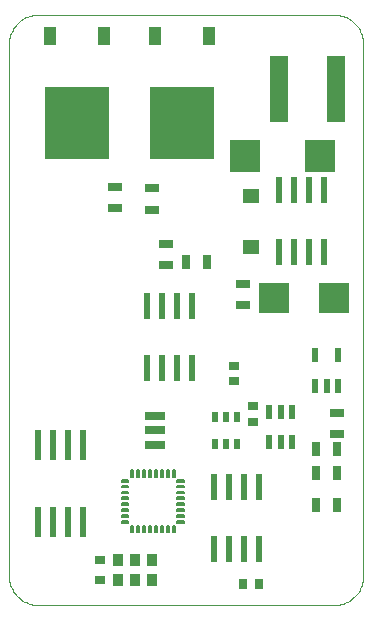
<source format=gtp>
G75*
G70*
%OFA0B0*%
%FSLAX24Y24*%
%IPPOS*%
%LPD*%
%AMOC8*
5,1,8,0,0,1.08239X$1,22.5*
%
%ADD10C,0.0000*%
%ADD11R,0.2126X0.2441*%
%ADD12R,0.0394X0.0630*%
%ADD13R,0.0240X0.0870*%
%ADD14R,0.0315X0.0472*%
%ADD15R,0.0472X0.0315*%
%ADD16R,0.0217X0.0472*%
%ADD17R,0.0236X0.0354*%
%ADD18R,0.0354X0.0276*%
%ADD19R,0.0669X0.0276*%
%ADD20C,0.0059*%
%ADD21R,0.0380X0.0400*%
%ADD22R,0.0354X0.0315*%
%ADD23R,0.0240X0.1024*%
%ADD24R,0.0276X0.0354*%
%ADD25R,0.0579X0.0500*%
%ADD26R,0.0630X0.2244*%
%ADD27R,0.1004X0.0984*%
%ADD28R,0.1004X0.1063*%
D10*
X016013Y005469D02*
X016013Y023186D01*
X016014Y023186D02*
X016016Y023248D01*
X016022Y023309D01*
X016031Y023370D01*
X016045Y023431D01*
X016062Y023490D01*
X016083Y023548D01*
X016108Y023605D01*
X016136Y023660D01*
X016167Y023713D01*
X016202Y023764D01*
X016240Y023813D01*
X016281Y023860D01*
X016324Y023903D01*
X016371Y023944D01*
X016420Y023982D01*
X016471Y024017D01*
X016524Y024048D01*
X016579Y024076D01*
X016636Y024101D01*
X016694Y024122D01*
X016753Y024139D01*
X016814Y024153D01*
X016875Y024162D01*
X016936Y024168D01*
X016998Y024170D01*
X026840Y024170D01*
X026902Y024168D01*
X026963Y024162D01*
X027024Y024153D01*
X027085Y024139D01*
X027144Y024122D01*
X027202Y024101D01*
X027259Y024076D01*
X027314Y024048D01*
X027367Y024017D01*
X027418Y023982D01*
X027467Y023944D01*
X027514Y023903D01*
X027557Y023860D01*
X027598Y023813D01*
X027636Y023764D01*
X027671Y023713D01*
X027702Y023660D01*
X027730Y023605D01*
X027755Y023548D01*
X027776Y023490D01*
X027793Y023431D01*
X027807Y023370D01*
X027816Y023309D01*
X027822Y023248D01*
X027824Y023186D01*
X027824Y005469D01*
X027822Y005407D01*
X027816Y005346D01*
X027807Y005285D01*
X027793Y005224D01*
X027776Y005165D01*
X027755Y005107D01*
X027730Y005050D01*
X027702Y004995D01*
X027671Y004942D01*
X027636Y004891D01*
X027598Y004842D01*
X027557Y004795D01*
X027514Y004752D01*
X027467Y004711D01*
X027418Y004673D01*
X027367Y004638D01*
X027314Y004607D01*
X027259Y004579D01*
X027202Y004554D01*
X027144Y004533D01*
X027085Y004516D01*
X027024Y004502D01*
X026963Y004493D01*
X026902Y004487D01*
X026840Y004485D01*
X016998Y004485D01*
X016936Y004487D01*
X016875Y004493D01*
X016814Y004502D01*
X016753Y004516D01*
X016694Y004533D01*
X016636Y004554D01*
X016579Y004579D01*
X016524Y004607D01*
X016471Y004638D01*
X016420Y004673D01*
X016371Y004711D01*
X016324Y004752D01*
X016281Y004795D01*
X016240Y004842D01*
X016202Y004891D01*
X016167Y004942D01*
X016136Y004995D01*
X016108Y005050D01*
X016083Y005107D01*
X016062Y005165D01*
X016045Y005224D01*
X016031Y005285D01*
X016022Y005346D01*
X016016Y005407D01*
X016014Y005469D01*
D11*
X018285Y020575D03*
X021773Y020575D03*
D12*
X020876Y023449D03*
X019183Y023449D03*
X017387Y023449D03*
X022671Y023449D03*
D13*
X025027Y018310D03*
X025527Y018310D03*
X026027Y018310D03*
X026527Y018310D03*
X026527Y016250D03*
X026027Y016250D03*
X025527Y016250D03*
X025027Y016250D03*
X022118Y014452D03*
X021618Y014452D03*
X021118Y014452D03*
X020618Y014452D03*
X020618Y012392D03*
X021118Y012392D03*
X021618Y012392D03*
X022118Y012392D03*
X022862Y008428D03*
X023362Y008428D03*
X023862Y008428D03*
X024362Y008428D03*
X024362Y006368D03*
X023862Y006368D03*
X023362Y006368D03*
X022862Y006368D03*
D14*
X026250Y007831D03*
X026958Y007831D03*
X026958Y008894D03*
X026250Y008894D03*
X026250Y009682D03*
X026958Y009682D03*
X022628Y015941D03*
X021919Y015941D03*
D15*
X021250Y015823D03*
X021250Y016532D03*
X020777Y017674D03*
X020777Y018382D03*
X019557Y018422D03*
X019557Y017713D03*
X023809Y015193D03*
X023809Y014485D03*
X026958Y010902D03*
X026958Y010193D03*
D16*
X025442Y009918D03*
X025068Y009918D03*
X024694Y009918D03*
X024694Y010941D03*
X025068Y010941D03*
X025442Y010941D03*
X026230Y011808D03*
X026604Y011808D03*
X026978Y011808D03*
X026978Y012831D03*
X026230Y012831D03*
D17*
X023631Y010764D03*
X023257Y010764D03*
X022883Y010764D03*
X022883Y009859D03*
X023257Y009859D03*
X023631Y009859D03*
D18*
X024163Y010607D03*
X024163Y011119D03*
X023533Y011945D03*
X023533Y012457D03*
D19*
X020895Y010784D03*
X020895Y010312D03*
X020895Y009839D03*
D20*
X020885Y008984D02*
X020885Y008766D01*
X020885Y008984D02*
X020945Y008984D01*
X020945Y008766D01*
X020885Y008766D01*
X020885Y008824D02*
X020945Y008824D01*
X020945Y008882D02*
X020885Y008882D01*
X020885Y008940D02*
X020945Y008940D01*
X021082Y008984D02*
X021082Y008766D01*
X021082Y008984D02*
X021142Y008984D01*
X021142Y008766D01*
X021082Y008766D01*
X021082Y008824D02*
X021142Y008824D01*
X021142Y008882D02*
X021082Y008882D01*
X021082Y008940D02*
X021142Y008940D01*
X021279Y008984D02*
X021279Y008766D01*
X021279Y008984D02*
X021339Y008984D01*
X021339Y008766D01*
X021279Y008766D01*
X021279Y008824D02*
X021339Y008824D01*
X021339Y008882D02*
X021279Y008882D01*
X021279Y008940D02*
X021339Y008940D01*
X021475Y008984D02*
X021475Y008766D01*
X021475Y008984D02*
X021535Y008984D01*
X021535Y008766D01*
X021475Y008766D01*
X021475Y008824D02*
X021535Y008824D01*
X021535Y008882D02*
X021475Y008882D01*
X021475Y008940D02*
X021535Y008940D01*
X021633Y008668D02*
X021633Y008608D01*
X021633Y008668D02*
X021851Y008668D01*
X021851Y008608D01*
X021633Y008608D01*
X021633Y008666D02*
X021851Y008666D01*
X021633Y008471D02*
X021633Y008411D01*
X021633Y008471D02*
X021851Y008471D01*
X021851Y008411D01*
X021633Y008411D01*
X021633Y008469D02*
X021851Y008469D01*
X021633Y008275D02*
X021633Y008215D01*
X021633Y008275D02*
X021851Y008275D01*
X021851Y008215D01*
X021633Y008215D01*
X021633Y008273D02*
X021851Y008273D01*
X021633Y008078D02*
X021633Y008018D01*
X021633Y008078D02*
X021851Y008078D01*
X021851Y008018D01*
X021633Y008018D01*
X021633Y008076D02*
X021851Y008076D01*
X021633Y007881D02*
X021633Y007821D01*
X021633Y007881D02*
X021851Y007881D01*
X021851Y007821D01*
X021633Y007821D01*
X021633Y007879D02*
X021851Y007879D01*
X021633Y007684D02*
X021633Y007624D01*
X021633Y007684D02*
X021851Y007684D01*
X021851Y007624D01*
X021633Y007624D01*
X021633Y007682D02*
X021851Y007682D01*
X021633Y007487D02*
X021633Y007427D01*
X021633Y007487D02*
X021851Y007487D01*
X021851Y007427D01*
X021633Y007427D01*
X021633Y007485D02*
X021851Y007485D01*
X021633Y007290D02*
X021633Y007230D01*
X021633Y007290D02*
X021851Y007290D01*
X021851Y007230D01*
X021633Y007230D01*
X021633Y007288D02*
X021851Y007288D01*
X021475Y007133D02*
X021475Y006915D01*
X021475Y007133D02*
X021535Y007133D01*
X021535Y006915D01*
X021475Y006915D01*
X021475Y006973D02*
X021535Y006973D01*
X021535Y007031D02*
X021475Y007031D01*
X021475Y007089D02*
X021535Y007089D01*
X021279Y007133D02*
X021279Y006915D01*
X021279Y007133D02*
X021339Y007133D01*
X021339Y006915D01*
X021279Y006915D01*
X021279Y006973D02*
X021339Y006973D01*
X021339Y007031D02*
X021279Y007031D01*
X021279Y007089D02*
X021339Y007089D01*
X021082Y007133D02*
X021082Y006915D01*
X021082Y007133D02*
X021142Y007133D01*
X021142Y006915D01*
X021082Y006915D01*
X021082Y006973D02*
X021142Y006973D01*
X021142Y007031D02*
X021082Y007031D01*
X021082Y007089D02*
X021142Y007089D01*
X020885Y007133D02*
X020885Y006915D01*
X020885Y007133D02*
X020945Y007133D01*
X020945Y006915D01*
X020885Y006915D01*
X020885Y006973D02*
X020945Y006973D01*
X020945Y007031D02*
X020885Y007031D01*
X020885Y007089D02*
X020945Y007089D01*
X020688Y007133D02*
X020688Y006915D01*
X020688Y007133D02*
X020748Y007133D01*
X020748Y006915D01*
X020688Y006915D01*
X020688Y006973D02*
X020748Y006973D01*
X020748Y007031D02*
X020688Y007031D01*
X020688Y007089D02*
X020748Y007089D01*
X020491Y007133D02*
X020491Y006915D01*
X020491Y007133D02*
X020551Y007133D01*
X020551Y006915D01*
X020491Y006915D01*
X020491Y006973D02*
X020551Y006973D01*
X020551Y007031D02*
X020491Y007031D01*
X020491Y007089D02*
X020551Y007089D01*
X020294Y007133D02*
X020294Y006915D01*
X020294Y007133D02*
X020354Y007133D01*
X020354Y006915D01*
X020294Y006915D01*
X020294Y006973D02*
X020354Y006973D01*
X020354Y007031D02*
X020294Y007031D01*
X020294Y007089D02*
X020354Y007089D01*
X020098Y007133D02*
X020098Y006915D01*
X020098Y007133D02*
X020158Y007133D01*
X020158Y006915D01*
X020098Y006915D01*
X020098Y006973D02*
X020158Y006973D01*
X020158Y007031D02*
X020098Y007031D01*
X020098Y007089D02*
X020158Y007089D01*
X019782Y007230D02*
X019782Y007290D01*
X020000Y007290D01*
X020000Y007230D01*
X019782Y007230D01*
X019782Y007288D02*
X020000Y007288D01*
X019782Y007427D02*
X019782Y007487D01*
X020000Y007487D01*
X020000Y007427D01*
X019782Y007427D01*
X019782Y007485D02*
X020000Y007485D01*
X019782Y007624D02*
X019782Y007684D01*
X020000Y007684D01*
X020000Y007624D01*
X019782Y007624D01*
X019782Y007682D02*
X020000Y007682D01*
X019782Y007821D02*
X019782Y007881D01*
X020000Y007881D01*
X020000Y007821D01*
X019782Y007821D01*
X019782Y007879D02*
X020000Y007879D01*
X019782Y008018D02*
X019782Y008078D01*
X020000Y008078D01*
X020000Y008018D01*
X019782Y008018D01*
X019782Y008076D02*
X020000Y008076D01*
X019782Y008215D02*
X019782Y008275D01*
X020000Y008275D01*
X020000Y008215D01*
X019782Y008215D01*
X019782Y008273D02*
X020000Y008273D01*
X019782Y008411D02*
X019782Y008471D01*
X020000Y008471D01*
X020000Y008411D01*
X019782Y008411D01*
X019782Y008469D02*
X020000Y008469D01*
X019782Y008608D02*
X019782Y008668D01*
X020000Y008668D01*
X020000Y008608D01*
X019782Y008608D01*
X019782Y008666D02*
X020000Y008666D01*
X020098Y008766D02*
X020098Y008984D01*
X020158Y008984D01*
X020158Y008766D01*
X020098Y008766D01*
X020098Y008824D02*
X020158Y008824D01*
X020158Y008882D02*
X020098Y008882D01*
X020098Y008940D02*
X020158Y008940D01*
X020294Y008984D02*
X020294Y008766D01*
X020294Y008984D02*
X020354Y008984D01*
X020354Y008766D01*
X020294Y008766D01*
X020294Y008824D02*
X020354Y008824D01*
X020354Y008882D02*
X020294Y008882D01*
X020294Y008940D02*
X020354Y008940D01*
X020491Y008984D02*
X020491Y008766D01*
X020491Y008984D02*
X020551Y008984D01*
X020551Y008766D01*
X020491Y008766D01*
X020491Y008824D02*
X020551Y008824D01*
X020551Y008882D02*
X020491Y008882D01*
X020491Y008940D02*
X020551Y008940D01*
X020688Y008984D02*
X020688Y008766D01*
X020688Y008984D02*
X020748Y008984D01*
X020748Y008766D01*
X020688Y008766D01*
X020688Y008824D02*
X020748Y008824D01*
X020748Y008882D02*
X020688Y008882D01*
X020688Y008940D02*
X020748Y008940D01*
D21*
X020777Y006001D03*
X020226Y006001D03*
X019635Y006001D03*
X019635Y005331D03*
X020226Y005331D03*
X020777Y005331D03*
D22*
X019045Y005331D03*
X019045Y006001D03*
D23*
X018496Y007253D03*
X017996Y007253D03*
X017496Y007253D03*
X016996Y007253D03*
X016996Y009834D03*
X017496Y009834D03*
X017996Y009834D03*
X018496Y009834D03*
D24*
X023828Y005193D03*
X024340Y005193D03*
D25*
X024084Y016434D03*
X024084Y018127D03*
D26*
X025029Y021690D03*
X026919Y021690D03*
D27*
X026850Y014721D03*
X024862Y014721D03*
D28*
X023897Y019445D03*
X026397Y019445D03*
M02*

</source>
